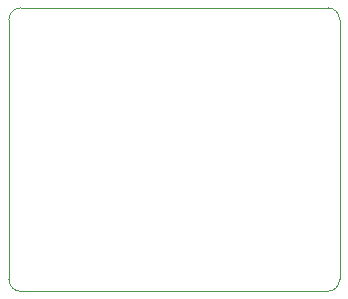
<source format=gbr>
%TF.GenerationSoftware,KiCad,Pcbnew,(6.0.7)*%
%TF.CreationDate,2025-07-27T15:57:52+08:00*%
%TF.ProjectId,Rotary_Encoder_AS5048A_V8,526f7461-7279-45f4-956e-636f6465725f,rev?*%
%TF.SameCoordinates,PXbebc200PY5f5e100*%
%TF.FileFunction,Profile,NP*%
%FSLAX46Y46*%
G04 Gerber Fmt 4.6, Leading zero omitted, Abs format (unit mm)*
G04 Created by KiCad (PCBNEW (6.0.7)) date 2025-07-27 15:57:52*
%MOMM*%
%LPD*%
G01*
G04 APERTURE LIST*
%TA.AperFunction,Profile*%
%ADD10C,0.100000*%
%TD*%
G04 APERTURE END LIST*
D10*
X-13000000Y12002500D02*
G75*
G03*
X-14000000Y11002500I0J-1000000D01*
G01*
X14000000Y11002500D02*
G75*
G03*
X13000000Y12002500I-1000000J0D01*
G01*
X-14000000Y-10997500D02*
X-14000000Y11002500D01*
X-13000000Y-11997500D02*
X13000000Y-11997500D01*
X-14000000Y-10997500D02*
G75*
G03*
X-13000000Y-11997500I1000000J0D01*
G01*
X13000000Y-11997500D02*
G75*
G03*
X14000000Y-10997500I0J1000000D01*
G01*
X-13000000Y12002500D02*
X13000000Y12002500D01*
X14000000Y-10997500D02*
X14000000Y11002500D01*
M02*

</source>
